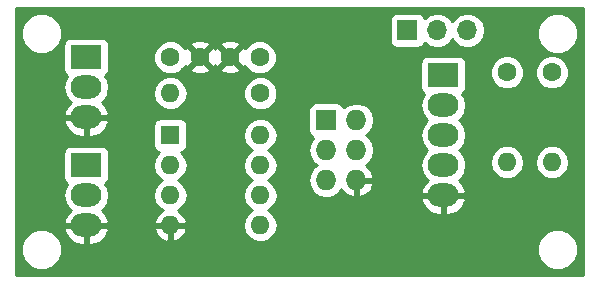
<source format=gbr>
G04 #@! TF.GenerationSoftware,KiCad,Pcbnew,(5.0.0)*
G04 #@! TF.CreationDate,2018-09-26T11:49:41+02:00*
G04 #@! TF.ProjectId,TinyADC,54696E794144432E6B696361645F7063,rev?*
G04 #@! TF.SameCoordinates,Original*
G04 #@! TF.FileFunction,Copper,L2,Bot,Signal*
G04 #@! TF.FilePolarity,Positive*
%FSLAX46Y46*%
G04 Gerber Fmt 4.6, Leading zero omitted, Abs format (unit mm)*
G04 Created by KiCad (PCBNEW (5.0.0)) date 09/26/18 11:49:41*
%MOMM*%
%LPD*%
G01*
G04 APERTURE LIST*
G04 #@! TA.AperFunction,ComponentPad*
%ADD10R,1.727200X1.727200*%
G04 #@! TD*
G04 #@! TA.AperFunction,ComponentPad*
%ADD11O,1.727200X1.727200*%
G04 #@! TD*
G04 #@! TA.AperFunction,ComponentPad*
%ADD12C,1.600000*%
G04 #@! TD*
G04 #@! TA.AperFunction,ComponentPad*
%ADD13R,2.600000X2.000000*%
G04 #@! TD*
G04 #@! TA.AperFunction,ComponentPad*
%ADD14O,2.600000X2.000000*%
G04 #@! TD*
G04 #@! TA.AperFunction,ComponentPad*
%ADD15O,1.600000X1.600000*%
G04 #@! TD*
G04 #@! TA.AperFunction,ComponentPad*
%ADD16R,1.600000X1.600000*%
G04 #@! TD*
G04 #@! TA.AperFunction,ComponentPad*
%ADD17R,1.700000X1.700000*%
G04 #@! TD*
G04 #@! TA.AperFunction,ComponentPad*
%ADD18O,1.700000X1.700000*%
G04 #@! TD*
G04 #@! TA.AperFunction,Conductor*
%ADD19C,0.254000*%
G04 #@! TD*
G04 APERTURE END LIST*
D10*
G04 #@! TO.P,J5,1*
G04 #@! TO.N,/MISO*
X143256000Y-108712000D03*
D11*
G04 #@! TO.P,J5,2*
G04 #@! TO.N,VCC*
X145796000Y-108712000D03*
G04 #@! TO.P,J5,3*
G04 #@! TO.N,/SCL*
X143256000Y-111252000D03*
G04 #@! TO.P,J5,4*
G04 #@! TO.N,/SDA*
X145796000Y-111252000D03*
G04 #@! TO.P,J5,5*
G04 #@! TO.N,/RESET*
X143256000Y-113792000D03*
G04 #@! TO.P,J5,6*
G04 #@! TO.N,GND*
X145796000Y-113792000D03*
G04 #@! TD*
D12*
G04 #@! TO.P,C1,1*
G04 #@! TO.N,VCC*
X137628000Y-103378000D03*
G04 #@! TO.P,C1,2*
G04 #@! TO.N,GND*
X135128000Y-103378000D03*
G04 #@! TD*
G04 #@! TO.P,C2,2*
G04 #@! TO.N,GND*
X132548000Y-103378000D03*
G04 #@! TO.P,C2,1*
G04 #@! TO.N,/RESET*
X130048000Y-103378000D03*
G04 #@! TD*
D13*
G04 #@! TO.P,J2,1*
G04 #@! TO.N,VCC*
X153162000Y-104902000D03*
D14*
G04 #@! TO.P,J2,2*
G04 #@! TO.N,+3V3*
X153162000Y-107442000D03*
G04 #@! TO.P,J2,3*
G04 #@! TO.N,/SCL*
X153162000Y-109982000D03*
G04 #@! TO.P,J2,4*
G04 #@! TO.N,/SDA*
X153162000Y-112522000D03*
G04 #@! TO.P,J2,5*
G04 #@! TO.N,GND*
X153162000Y-115062000D03*
G04 #@! TD*
D13*
G04 #@! TO.P,J3,1*
G04 #@! TO.N,VCC*
X122936000Y-112522000D03*
D14*
G04 #@! TO.P,J3,2*
G04 #@! TO.N,/ADC2*
X122936000Y-115062000D03*
G04 #@! TO.P,J3,3*
G04 #@! TO.N,GND*
X122936000Y-117602000D03*
G04 #@! TD*
G04 #@! TO.P,J4,3*
G04 #@! TO.N,GND*
X122936000Y-108458000D03*
G04 #@! TO.P,J4,2*
G04 #@! TO.N,/ADC3*
X122936000Y-105918000D03*
D13*
G04 #@! TO.P,J4,1*
G04 #@! TO.N,VCC*
X122936000Y-103378000D03*
G04 #@! TD*
D15*
G04 #@! TO.P,R1,2*
G04 #@! TO.N,/SCL*
X162366672Y-112268000D03*
D12*
G04 #@! TO.P,R1,1*
G04 #@! TO.N,Net-(J1-Pad2)*
X162366672Y-104648000D03*
G04 #@! TD*
G04 #@! TO.P,R2,1*
G04 #@! TO.N,Net-(J1-Pad2)*
X158556672Y-104648000D03*
D15*
G04 #@! TO.P,R2,2*
G04 #@! TO.N,/SDA*
X158556672Y-112268000D03*
G04 #@! TD*
D12*
G04 #@! TO.P,R3,1*
G04 #@! TO.N,VCC*
X137668000Y-106426000D03*
D15*
G04 #@! TO.P,R3,2*
G04 #@! TO.N,/RESET*
X130048000Y-106426000D03*
G04 #@! TD*
D16*
G04 #@! TO.P,U1,1*
G04 #@! TO.N,/RESET*
X130048000Y-109982000D03*
D15*
G04 #@! TO.P,U1,5*
G04 #@! TO.N,/SDA*
X137668000Y-117602000D03*
G04 #@! TO.P,U1,2*
G04 #@! TO.N,/ADC3*
X130048000Y-112522000D03*
G04 #@! TO.P,U1,6*
G04 #@! TO.N,/MISO*
X137668000Y-115062000D03*
G04 #@! TO.P,U1,3*
G04 #@! TO.N,/ADC2*
X130048000Y-115062000D03*
G04 #@! TO.P,U1,7*
G04 #@! TO.N,/SCL*
X137668000Y-112522000D03*
G04 #@! TO.P,U1,4*
G04 #@! TO.N,GND*
X130048000Y-117602000D03*
G04 #@! TO.P,U1,8*
G04 #@! TO.N,VCC*
X137668000Y-109982000D03*
G04 #@! TD*
D17*
G04 #@! TO.P,J1,1*
G04 #@! TO.N,VCC*
X150114000Y-101092000D03*
D18*
G04 #@! TO.P,J1,2*
G04 #@! TO.N,Net-(J1-Pad2)*
X152654000Y-101092000D03*
G04 #@! TO.P,J1,3*
G04 #@! TO.N,+3V3*
X155194000Y-101092000D03*
G04 #@! TD*
D19*
G04 #@! TO.N,GND*
G36*
X164973000Y-121793000D02*
X116967000Y-121793000D01*
X116967000Y-119288887D01*
X117391000Y-119288887D01*
X117391000Y-119979113D01*
X117655138Y-120616799D01*
X118143201Y-121104862D01*
X118780887Y-121369000D01*
X119471113Y-121369000D01*
X120108799Y-121104862D01*
X120596862Y-120616799D01*
X120861000Y-119979113D01*
X120861000Y-119288887D01*
X161079000Y-119288887D01*
X161079000Y-119979113D01*
X161343138Y-120616799D01*
X161831201Y-121104862D01*
X162468887Y-121369000D01*
X163159113Y-121369000D01*
X163796799Y-121104862D01*
X164284862Y-120616799D01*
X164549000Y-119979113D01*
X164549000Y-119288887D01*
X164284862Y-118651201D01*
X163796799Y-118163138D01*
X163159113Y-117899000D01*
X162468887Y-117899000D01*
X161831201Y-118163138D01*
X161343138Y-118651201D01*
X161079000Y-119288887D01*
X120861000Y-119288887D01*
X120596862Y-118651201D01*
X120108799Y-118163138D01*
X119672541Y-117982434D01*
X121045876Y-117982434D01*
X121076856Y-118110355D01*
X121390078Y-118668317D01*
X121892980Y-119063942D01*
X122509000Y-119237000D01*
X122809000Y-119237000D01*
X122809000Y-117729000D01*
X123063000Y-117729000D01*
X123063000Y-119237000D01*
X123363000Y-119237000D01*
X123979020Y-119063942D01*
X124481922Y-118668317D01*
X124795144Y-118110355D01*
X124826124Y-117982434D01*
X124811340Y-117951039D01*
X128656096Y-117951039D01*
X128816959Y-118339423D01*
X129192866Y-118754389D01*
X129698959Y-118993914D01*
X129921000Y-118872629D01*
X129921000Y-117729000D01*
X130175000Y-117729000D01*
X130175000Y-118872629D01*
X130397041Y-118993914D01*
X130903134Y-118754389D01*
X131279041Y-118339423D01*
X131439904Y-117951039D01*
X131317915Y-117729000D01*
X130175000Y-117729000D01*
X129921000Y-117729000D01*
X128778085Y-117729000D01*
X128656096Y-117951039D01*
X124811340Y-117951039D01*
X124706777Y-117729000D01*
X123063000Y-117729000D01*
X122809000Y-117729000D01*
X121165223Y-117729000D01*
X121045876Y-117982434D01*
X119672541Y-117982434D01*
X119471113Y-117899000D01*
X118780887Y-117899000D01*
X118143201Y-118163138D01*
X117655138Y-118651201D01*
X117391000Y-119288887D01*
X116967000Y-119288887D01*
X116967000Y-115062000D01*
X120968969Y-115062000D01*
X121095864Y-115699945D01*
X121457231Y-116240769D01*
X121623629Y-116351952D01*
X121390078Y-116535683D01*
X121076856Y-117093645D01*
X121045876Y-117221566D01*
X121165223Y-117475000D01*
X122809000Y-117475000D01*
X122809000Y-117455000D01*
X123063000Y-117455000D01*
X123063000Y-117475000D01*
X124706777Y-117475000D01*
X124826124Y-117221566D01*
X124795144Y-117093645D01*
X124481922Y-116535683D01*
X124248371Y-116351952D01*
X124414769Y-116240769D01*
X124776136Y-115699945D01*
X124903031Y-115062000D01*
X124776136Y-114424055D01*
X124545511Y-114078900D01*
X124693809Y-113979809D01*
X124834157Y-113769765D01*
X124883440Y-113522000D01*
X124883440Y-112522000D01*
X128584887Y-112522000D01*
X128696260Y-113081909D01*
X129013423Y-113556577D01*
X129365758Y-113792000D01*
X129013423Y-114027423D01*
X128696260Y-114502091D01*
X128584887Y-115062000D01*
X128696260Y-115621909D01*
X129013423Y-116096577D01*
X129397108Y-116352947D01*
X129192866Y-116449611D01*
X128816959Y-116864577D01*
X128656096Y-117252961D01*
X128778085Y-117475000D01*
X129921000Y-117475000D01*
X129921000Y-117455000D01*
X130175000Y-117455000D01*
X130175000Y-117475000D01*
X131317915Y-117475000D01*
X131439904Y-117252961D01*
X131279041Y-116864577D01*
X130903134Y-116449611D01*
X130698892Y-116352947D01*
X131082577Y-116096577D01*
X131399740Y-115621909D01*
X131511113Y-115062000D01*
X131399740Y-114502091D01*
X131082577Y-114027423D01*
X130730242Y-113792000D01*
X131082577Y-113556577D01*
X131399740Y-113081909D01*
X131511113Y-112522000D01*
X131399740Y-111962091D01*
X131082577Y-111487423D01*
X130961894Y-111406785D01*
X131095765Y-111380157D01*
X131305809Y-111239809D01*
X131446157Y-111029765D01*
X131495440Y-110782000D01*
X131495440Y-109982000D01*
X136204887Y-109982000D01*
X136316260Y-110541909D01*
X136633423Y-111016577D01*
X136985758Y-111252000D01*
X136633423Y-111487423D01*
X136316260Y-111962091D01*
X136204887Y-112522000D01*
X136316260Y-113081909D01*
X136633423Y-113556577D01*
X136985758Y-113792000D01*
X136633423Y-114027423D01*
X136316260Y-114502091D01*
X136204887Y-115062000D01*
X136316260Y-115621909D01*
X136633423Y-116096577D01*
X136985758Y-116332000D01*
X136633423Y-116567423D01*
X136316260Y-117042091D01*
X136204887Y-117602000D01*
X136316260Y-118161909D01*
X136633423Y-118636577D01*
X137108091Y-118953740D01*
X137526667Y-119037000D01*
X137809333Y-119037000D01*
X138227909Y-118953740D01*
X138702577Y-118636577D01*
X139019740Y-118161909D01*
X139131113Y-117602000D01*
X139019740Y-117042091D01*
X138702577Y-116567423D01*
X138350242Y-116332000D01*
X138702577Y-116096577D01*
X139019740Y-115621909D01*
X139055439Y-115442434D01*
X151271876Y-115442434D01*
X151302856Y-115570355D01*
X151616078Y-116128317D01*
X152118980Y-116523942D01*
X152735000Y-116697000D01*
X153035000Y-116697000D01*
X153035000Y-115189000D01*
X153289000Y-115189000D01*
X153289000Y-116697000D01*
X153589000Y-116697000D01*
X154205020Y-116523942D01*
X154707922Y-116128317D01*
X155021144Y-115570355D01*
X155052124Y-115442434D01*
X154932777Y-115189000D01*
X153289000Y-115189000D01*
X153035000Y-115189000D01*
X151391223Y-115189000D01*
X151271876Y-115442434D01*
X139055439Y-115442434D01*
X139131113Y-115062000D01*
X139019740Y-114502091D01*
X138702577Y-114027423D01*
X138350242Y-113792000D01*
X138702577Y-113556577D01*
X139019740Y-113081909D01*
X139131113Y-112522000D01*
X139019740Y-111962091D01*
X138702577Y-111487423D01*
X138350242Y-111252000D01*
X141728041Y-111252000D01*
X141844350Y-111836725D01*
X142175570Y-112332430D01*
X142459281Y-112522000D01*
X142175570Y-112711570D01*
X141844350Y-113207275D01*
X141728041Y-113792000D01*
X141844350Y-114376725D01*
X142175570Y-114872430D01*
X142671275Y-115203650D01*
X143108402Y-115290600D01*
X143403598Y-115290600D01*
X143840725Y-115203650D01*
X144336430Y-114872430D01*
X144537854Y-114570979D01*
X144589179Y-114680490D01*
X145021053Y-115074688D01*
X145436974Y-115246958D01*
X145669000Y-115125817D01*
X145669000Y-113919000D01*
X145923000Y-113919000D01*
X145923000Y-115125817D01*
X146155026Y-115246958D01*
X146570947Y-115074688D01*
X147002821Y-114680490D01*
X147250968Y-114151027D01*
X147130469Y-113919000D01*
X145923000Y-113919000D01*
X145669000Y-113919000D01*
X145649000Y-113919000D01*
X145649000Y-113665000D01*
X145669000Y-113665000D01*
X145669000Y-113645000D01*
X145923000Y-113645000D01*
X145923000Y-113665000D01*
X147130469Y-113665000D01*
X147250968Y-113432973D01*
X147002821Y-112903510D01*
X146588174Y-112525037D01*
X146876430Y-112332430D01*
X147207650Y-111836725D01*
X147323959Y-111252000D01*
X147207650Y-110667275D01*
X146876430Y-110171570D01*
X146592719Y-109982000D01*
X146876430Y-109792430D01*
X147207650Y-109296725D01*
X147323959Y-108712000D01*
X147207650Y-108127275D01*
X146876430Y-107631570D01*
X146592719Y-107442000D01*
X151194969Y-107442000D01*
X151321864Y-108079945D01*
X151683231Y-108620769D01*
X151819768Y-108712000D01*
X151683231Y-108803231D01*
X151321864Y-109344055D01*
X151194969Y-109982000D01*
X151321864Y-110619945D01*
X151683231Y-111160769D01*
X151819768Y-111252000D01*
X151683231Y-111343231D01*
X151321864Y-111884055D01*
X151194969Y-112522000D01*
X151321864Y-113159945D01*
X151683231Y-113700769D01*
X151849629Y-113811952D01*
X151616078Y-113995683D01*
X151302856Y-114553645D01*
X151271876Y-114681566D01*
X151391223Y-114935000D01*
X153035000Y-114935000D01*
X153035000Y-114915000D01*
X153289000Y-114915000D01*
X153289000Y-114935000D01*
X154932777Y-114935000D01*
X155052124Y-114681566D01*
X155021144Y-114553645D01*
X154707922Y-113995683D01*
X154474371Y-113811952D01*
X154640769Y-113700769D01*
X155002136Y-113159945D01*
X155129031Y-112522000D01*
X155078508Y-112268000D01*
X157093559Y-112268000D01*
X157204932Y-112827909D01*
X157522095Y-113302577D01*
X157996763Y-113619740D01*
X158415339Y-113703000D01*
X158698005Y-113703000D01*
X159116581Y-113619740D01*
X159591249Y-113302577D01*
X159908412Y-112827909D01*
X160019785Y-112268000D01*
X160903559Y-112268000D01*
X161014932Y-112827909D01*
X161332095Y-113302577D01*
X161806763Y-113619740D01*
X162225339Y-113703000D01*
X162508005Y-113703000D01*
X162926581Y-113619740D01*
X163401249Y-113302577D01*
X163718412Y-112827909D01*
X163829785Y-112268000D01*
X163718412Y-111708091D01*
X163401249Y-111233423D01*
X162926581Y-110916260D01*
X162508005Y-110833000D01*
X162225339Y-110833000D01*
X161806763Y-110916260D01*
X161332095Y-111233423D01*
X161014932Y-111708091D01*
X160903559Y-112268000D01*
X160019785Y-112268000D01*
X159908412Y-111708091D01*
X159591249Y-111233423D01*
X159116581Y-110916260D01*
X158698005Y-110833000D01*
X158415339Y-110833000D01*
X157996763Y-110916260D01*
X157522095Y-111233423D01*
X157204932Y-111708091D01*
X157093559Y-112268000D01*
X155078508Y-112268000D01*
X155002136Y-111884055D01*
X154640769Y-111343231D01*
X154504232Y-111252000D01*
X154640769Y-111160769D01*
X155002136Y-110619945D01*
X155129031Y-109982000D01*
X155002136Y-109344055D01*
X154640769Y-108803231D01*
X154504232Y-108712000D01*
X154640769Y-108620769D01*
X155002136Y-108079945D01*
X155129031Y-107442000D01*
X155002136Y-106804055D01*
X154771511Y-106458900D01*
X154919809Y-106359809D01*
X155060157Y-106149765D01*
X155109440Y-105902000D01*
X155109440Y-104362561D01*
X157121672Y-104362561D01*
X157121672Y-104933439D01*
X157340138Y-105460862D01*
X157743810Y-105864534D01*
X158271233Y-106083000D01*
X158842111Y-106083000D01*
X159369534Y-105864534D01*
X159773206Y-105460862D01*
X159991672Y-104933439D01*
X159991672Y-104362561D01*
X160931672Y-104362561D01*
X160931672Y-104933439D01*
X161150138Y-105460862D01*
X161553810Y-105864534D01*
X162081233Y-106083000D01*
X162652111Y-106083000D01*
X163179534Y-105864534D01*
X163583206Y-105460862D01*
X163801672Y-104933439D01*
X163801672Y-104362561D01*
X163583206Y-103835138D01*
X163179534Y-103431466D01*
X162652111Y-103213000D01*
X162081233Y-103213000D01*
X161553810Y-103431466D01*
X161150138Y-103835138D01*
X160931672Y-104362561D01*
X159991672Y-104362561D01*
X159773206Y-103835138D01*
X159369534Y-103431466D01*
X158842111Y-103213000D01*
X158271233Y-103213000D01*
X157743810Y-103431466D01*
X157340138Y-103835138D01*
X157121672Y-104362561D01*
X155109440Y-104362561D01*
X155109440Y-103902000D01*
X155060157Y-103654235D01*
X154919809Y-103444191D01*
X154709765Y-103303843D01*
X154462000Y-103254560D01*
X151862000Y-103254560D01*
X151614235Y-103303843D01*
X151404191Y-103444191D01*
X151263843Y-103654235D01*
X151214560Y-103902000D01*
X151214560Y-105902000D01*
X151263843Y-106149765D01*
X151404191Y-106359809D01*
X151552489Y-106458900D01*
X151321864Y-106804055D01*
X151194969Y-107442000D01*
X146592719Y-107442000D01*
X146380725Y-107300350D01*
X145943598Y-107213400D01*
X145648402Y-107213400D01*
X145211275Y-107300350D01*
X144722932Y-107626651D01*
X144717757Y-107600635D01*
X144577409Y-107390591D01*
X144367365Y-107250243D01*
X144119600Y-107200960D01*
X142392400Y-107200960D01*
X142144635Y-107250243D01*
X141934591Y-107390591D01*
X141794243Y-107600635D01*
X141744960Y-107848400D01*
X141744960Y-109575600D01*
X141794243Y-109823365D01*
X141934591Y-110033409D01*
X142144635Y-110173757D01*
X142170651Y-110178932D01*
X141844350Y-110667275D01*
X141728041Y-111252000D01*
X138350242Y-111252000D01*
X138702577Y-111016577D01*
X139019740Y-110541909D01*
X139131113Y-109982000D01*
X139019740Y-109422091D01*
X138702577Y-108947423D01*
X138227909Y-108630260D01*
X137809333Y-108547000D01*
X137526667Y-108547000D01*
X137108091Y-108630260D01*
X136633423Y-108947423D01*
X136316260Y-109422091D01*
X136204887Y-109982000D01*
X131495440Y-109982000D01*
X131495440Y-109182000D01*
X131446157Y-108934235D01*
X131305809Y-108724191D01*
X131095765Y-108583843D01*
X130848000Y-108534560D01*
X129248000Y-108534560D01*
X129000235Y-108583843D01*
X128790191Y-108724191D01*
X128649843Y-108934235D01*
X128600560Y-109182000D01*
X128600560Y-110782000D01*
X128649843Y-111029765D01*
X128790191Y-111239809D01*
X129000235Y-111380157D01*
X129134106Y-111406785D01*
X129013423Y-111487423D01*
X128696260Y-111962091D01*
X128584887Y-112522000D01*
X124883440Y-112522000D01*
X124883440Y-111522000D01*
X124834157Y-111274235D01*
X124693809Y-111064191D01*
X124483765Y-110923843D01*
X124236000Y-110874560D01*
X121636000Y-110874560D01*
X121388235Y-110923843D01*
X121178191Y-111064191D01*
X121037843Y-111274235D01*
X120988560Y-111522000D01*
X120988560Y-113522000D01*
X121037843Y-113769765D01*
X121178191Y-113979809D01*
X121326489Y-114078900D01*
X121095864Y-114424055D01*
X120968969Y-115062000D01*
X116967000Y-115062000D01*
X116967000Y-108838434D01*
X121045876Y-108838434D01*
X121076856Y-108966355D01*
X121390078Y-109524317D01*
X121892980Y-109919942D01*
X122509000Y-110093000D01*
X122809000Y-110093000D01*
X122809000Y-108585000D01*
X123063000Y-108585000D01*
X123063000Y-110093000D01*
X123363000Y-110093000D01*
X123979020Y-109919942D01*
X124481922Y-109524317D01*
X124795144Y-108966355D01*
X124826124Y-108838434D01*
X124706777Y-108585000D01*
X123063000Y-108585000D01*
X122809000Y-108585000D01*
X121165223Y-108585000D01*
X121045876Y-108838434D01*
X116967000Y-108838434D01*
X116967000Y-105918000D01*
X120968969Y-105918000D01*
X121095864Y-106555945D01*
X121457231Y-107096769D01*
X121623629Y-107207952D01*
X121390078Y-107391683D01*
X121076856Y-107949645D01*
X121045876Y-108077566D01*
X121165223Y-108331000D01*
X122809000Y-108331000D01*
X122809000Y-108311000D01*
X123063000Y-108311000D01*
X123063000Y-108331000D01*
X124706777Y-108331000D01*
X124826124Y-108077566D01*
X124795144Y-107949645D01*
X124481922Y-107391683D01*
X124248371Y-107207952D01*
X124414769Y-107096769D01*
X124776136Y-106555945D01*
X124801983Y-106426000D01*
X128584887Y-106426000D01*
X128696260Y-106985909D01*
X129013423Y-107460577D01*
X129488091Y-107777740D01*
X129906667Y-107861000D01*
X130189333Y-107861000D01*
X130607909Y-107777740D01*
X131082577Y-107460577D01*
X131399740Y-106985909D01*
X131511113Y-106426000D01*
X131454336Y-106140561D01*
X136233000Y-106140561D01*
X136233000Y-106711439D01*
X136451466Y-107238862D01*
X136855138Y-107642534D01*
X137382561Y-107861000D01*
X137953439Y-107861000D01*
X138480862Y-107642534D01*
X138884534Y-107238862D01*
X139103000Y-106711439D01*
X139103000Y-106140561D01*
X138884534Y-105613138D01*
X138480862Y-105209466D01*
X137953439Y-104991000D01*
X137382561Y-104991000D01*
X136855138Y-105209466D01*
X136451466Y-105613138D01*
X136233000Y-106140561D01*
X131454336Y-106140561D01*
X131399740Y-105866091D01*
X131082577Y-105391423D01*
X130607909Y-105074260D01*
X130189333Y-104991000D01*
X129906667Y-104991000D01*
X129488091Y-105074260D01*
X129013423Y-105391423D01*
X128696260Y-105866091D01*
X128584887Y-106426000D01*
X124801983Y-106426000D01*
X124903031Y-105918000D01*
X124776136Y-105280055D01*
X124545511Y-104934900D01*
X124693809Y-104835809D01*
X124834157Y-104625765D01*
X124883440Y-104378000D01*
X124883440Y-103092561D01*
X128613000Y-103092561D01*
X128613000Y-103663439D01*
X128831466Y-104190862D01*
X129235138Y-104594534D01*
X129762561Y-104813000D01*
X130333439Y-104813000D01*
X130860862Y-104594534D01*
X131069651Y-104385745D01*
X131719861Y-104385745D01*
X131793995Y-104631864D01*
X132331223Y-104824965D01*
X132901454Y-104797778D01*
X133302005Y-104631864D01*
X133376139Y-104385745D01*
X134299861Y-104385745D01*
X134373995Y-104631864D01*
X134911223Y-104824965D01*
X135481454Y-104797778D01*
X135882005Y-104631864D01*
X135956139Y-104385745D01*
X135128000Y-103557605D01*
X134299861Y-104385745D01*
X133376139Y-104385745D01*
X132548000Y-103557605D01*
X131719861Y-104385745D01*
X131069651Y-104385745D01*
X131264534Y-104190862D01*
X131291525Y-104125701D01*
X131294136Y-104132005D01*
X131540255Y-104206139D01*
X132368395Y-103378000D01*
X132727605Y-103378000D01*
X133555745Y-104206139D01*
X133801864Y-104132005D01*
X133835442Y-104038589D01*
X133874136Y-104132005D01*
X134120255Y-104206139D01*
X134948395Y-103378000D01*
X135307605Y-103378000D01*
X136135745Y-104206139D01*
X136381864Y-104132005D01*
X136384290Y-104125254D01*
X136411466Y-104190862D01*
X136815138Y-104594534D01*
X137342561Y-104813000D01*
X137913439Y-104813000D01*
X138440862Y-104594534D01*
X138844534Y-104190862D01*
X139063000Y-103663439D01*
X139063000Y-103092561D01*
X138844534Y-102565138D01*
X138440862Y-102161466D01*
X137913439Y-101943000D01*
X137342561Y-101943000D01*
X136815138Y-102161466D01*
X136411466Y-102565138D01*
X136384475Y-102630299D01*
X136381864Y-102623995D01*
X136135745Y-102549861D01*
X135307605Y-103378000D01*
X134948395Y-103378000D01*
X134120255Y-102549861D01*
X133874136Y-102623995D01*
X133840558Y-102717411D01*
X133801864Y-102623995D01*
X133555745Y-102549861D01*
X132727605Y-103378000D01*
X132368395Y-103378000D01*
X131540255Y-102549861D01*
X131294136Y-102623995D01*
X131291710Y-102630746D01*
X131264534Y-102565138D01*
X131069651Y-102370255D01*
X131719861Y-102370255D01*
X132548000Y-103198395D01*
X133376139Y-102370255D01*
X134299861Y-102370255D01*
X135128000Y-103198395D01*
X135956139Y-102370255D01*
X135882005Y-102124136D01*
X135344777Y-101931035D01*
X134774546Y-101958222D01*
X134373995Y-102124136D01*
X134299861Y-102370255D01*
X133376139Y-102370255D01*
X133302005Y-102124136D01*
X132764777Y-101931035D01*
X132194546Y-101958222D01*
X131793995Y-102124136D01*
X131719861Y-102370255D01*
X131069651Y-102370255D01*
X130860862Y-102161466D01*
X130333439Y-101943000D01*
X129762561Y-101943000D01*
X129235138Y-102161466D01*
X128831466Y-102565138D01*
X128613000Y-103092561D01*
X124883440Y-103092561D01*
X124883440Y-102378000D01*
X124834157Y-102130235D01*
X124693809Y-101920191D01*
X124483765Y-101779843D01*
X124236000Y-101730560D01*
X121636000Y-101730560D01*
X121388235Y-101779843D01*
X121178191Y-101920191D01*
X121037843Y-102130235D01*
X120988560Y-102378000D01*
X120988560Y-104378000D01*
X121037843Y-104625765D01*
X121178191Y-104835809D01*
X121326489Y-104934900D01*
X121095864Y-105280055D01*
X120968969Y-105918000D01*
X116967000Y-105918000D01*
X116967000Y-101000887D01*
X117391000Y-101000887D01*
X117391000Y-101691113D01*
X117655138Y-102328799D01*
X118143201Y-102816862D01*
X118780887Y-103081000D01*
X119471113Y-103081000D01*
X120108799Y-102816862D01*
X120596862Y-102328799D01*
X120861000Y-101691113D01*
X120861000Y-101000887D01*
X120596862Y-100363201D01*
X120475661Y-100242000D01*
X148616560Y-100242000D01*
X148616560Y-101942000D01*
X148665843Y-102189765D01*
X148806191Y-102399809D01*
X149016235Y-102540157D01*
X149264000Y-102589440D01*
X150964000Y-102589440D01*
X151211765Y-102540157D01*
X151421809Y-102399809D01*
X151562157Y-102189765D01*
X151571184Y-102144381D01*
X151583375Y-102162625D01*
X152074582Y-102490839D01*
X152507744Y-102577000D01*
X152800256Y-102577000D01*
X153233418Y-102490839D01*
X153724625Y-102162625D01*
X153924000Y-101864239D01*
X154123375Y-102162625D01*
X154614582Y-102490839D01*
X155047744Y-102577000D01*
X155340256Y-102577000D01*
X155773418Y-102490839D01*
X156264625Y-102162625D01*
X156592839Y-101671418D01*
X156708092Y-101092000D01*
X156689969Y-101000887D01*
X161079000Y-101000887D01*
X161079000Y-101691113D01*
X161343138Y-102328799D01*
X161831201Y-102816862D01*
X162468887Y-103081000D01*
X163159113Y-103081000D01*
X163796799Y-102816862D01*
X164284862Y-102328799D01*
X164549000Y-101691113D01*
X164549000Y-101000887D01*
X164284862Y-100363201D01*
X163796799Y-99875138D01*
X163159113Y-99611000D01*
X162468887Y-99611000D01*
X161831201Y-99875138D01*
X161343138Y-100363201D01*
X161079000Y-101000887D01*
X156689969Y-101000887D01*
X156592839Y-100512582D01*
X156264625Y-100021375D01*
X155773418Y-99693161D01*
X155340256Y-99607000D01*
X155047744Y-99607000D01*
X154614582Y-99693161D01*
X154123375Y-100021375D01*
X153924000Y-100319761D01*
X153724625Y-100021375D01*
X153233418Y-99693161D01*
X152800256Y-99607000D01*
X152507744Y-99607000D01*
X152074582Y-99693161D01*
X151583375Y-100021375D01*
X151571184Y-100039619D01*
X151562157Y-99994235D01*
X151421809Y-99784191D01*
X151211765Y-99643843D01*
X150964000Y-99594560D01*
X149264000Y-99594560D01*
X149016235Y-99643843D01*
X148806191Y-99784191D01*
X148665843Y-99994235D01*
X148616560Y-100242000D01*
X120475661Y-100242000D01*
X120108799Y-99875138D01*
X119471113Y-99611000D01*
X118780887Y-99611000D01*
X118143201Y-99875138D01*
X117655138Y-100363201D01*
X117391000Y-101000887D01*
X116967000Y-101000887D01*
X116967000Y-99187000D01*
X164973000Y-99187000D01*
X164973000Y-121793000D01*
X164973000Y-121793000D01*
G37*
X164973000Y-121793000D02*
X116967000Y-121793000D01*
X116967000Y-119288887D01*
X117391000Y-119288887D01*
X117391000Y-119979113D01*
X117655138Y-120616799D01*
X118143201Y-121104862D01*
X118780887Y-121369000D01*
X119471113Y-121369000D01*
X120108799Y-121104862D01*
X120596862Y-120616799D01*
X120861000Y-119979113D01*
X120861000Y-119288887D01*
X161079000Y-119288887D01*
X161079000Y-119979113D01*
X161343138Y-120616799D01*
X161831201Y-121104862D01*
X162468887Y-121369000D01*
X163159113Y-121369000D01*
X163796799Y-121104862D01*
X164284862Y-120616799D01*
X164549000Y-119979113D01*
X164549000Y-119288887D01*
X164284862Y-118651201D01*
X163796799Y-118163138D01*
X163159113Y-117899000D01*
X162468887Y-117899000D01*
X161831201Y-118163138D01*
X161343138Y-118651201D01*
X161079000Y-119288887D01*
X120861000Y-119288887D01*
X120596862Y-118651201D01*
X120108799Y-118163138D01*
X119672541Y-117982434D01*
X121045876Y-117982434D01*
X121076856Y-118110355D01*
X121390078Y-118668317D01*
X121892980Y-119063942D01*
X122509000Y-119237000D01*
X122809000Y-119237000D01*
X122809000Y-117729000D01*
X123063000Y-117729000D01*
X123063000Y-119237000D01*
X123363000Y-119237000D01*
X123979020Y-119063942D01*
X124481922Y-118668317D01*
X124795144Y-118110355D01*
X124826124Y-117982434D01*
X124811340Y-117951039D01*
X128656096Y-117951039D01*
X128816959Y-118339423D01*
X129192866Y-118754389D01*
X129698959Y-118993914D01*
X129921000Y-118872629D01*
X129921000Y-117729000D01*
X130175000Y-117729000D01*
X130175000Y-118872629D01*
X130397041Y-118993914D01*
X130903134Y-118754389D01*
X131279041Y-118339423D01*
X131439904Y-117951039D01*
X131317915Y-117729000D01*
X130175000Y-117729000D01*
X129921000Y-117729000D01*
X128778085Y-117729000D01*
X128656096Y-117951039D01*
X124811340Y-117951039D01*
X124706777Y-117729000D01*
X123063000Y-117729000D01*
X122809000Y-117729000D01*
X121165223Y-117729000D01*
X121045876Y-117982434D01*
X119672541Y-117982434D01*
X119471113Y-117899000D01*
X118780887Y-117899000D01*
X118143201Y-118163138D01*
X117655138Y-118651201D01*
X117391000Y-119288887D01*
X116967000Y-119288887D01*
X116967000Y-115062000D01*
X120968969Y-115062000D01*
X121095864Y-115699945D01*
X121457231Y-116240769D01*
X121623629Y-116351952D01*
X121390078Y-116535683D01*
X121076856Y-117093645D01*
X121045876Y-117221566D01*
X121165223Y-117475000D01*
X122809000Y-117475000D01*
X122809000Y-117455000D01*
X123063000Y-117455000D01*
X123063000Y-117475000D01*
X124706777Y-117475000D01*
X124826124Y-117221566D01*
X124795144Y-117093645D01*
X124481922Y-116535683D01*
X124248371Y-116351952D01*
X124414769Y-116240769D01*
X124776136Y-115699945D01*
X124903031Y-115062000D01*
X124776136Y-114424055D01*
X124545511Y-114078900D01*
X124693809Y-113979809D01*
X124834157Y-113769765D01*
X124883440Y-113522000D01*
X124883440Y-112522000D01*
X128584887Y-112522000D01*
X128696260Y-113081909D01*
X129013423Y-113556577D01*
X129365758Y-113792000D01*
X129013423Y-114027423D01*
X128696260Y-114502091D01*
X128584887Y-115062000D01*
X128696260Y-115621909D01*
X129013423Y-116096577D01*
X129397108Y-116352947D01*
X129192866Y-116449611D01*
X128816959Y-116864577D01*
X128656096Y-117252961D01*
X128778085Y-117475000D01*
X129921000Y-117475000D01*
X129921000Y-117455000D01*
X130175000Y-117455000D01*
X130175000Y-117475000D01*
X131317915Y-117475000D01*
X131439904Y-117252961D01*
X131279041Y-116864577D01*
X130903134Y-116449611D01*
X130698892Y-116352947D01*
X131082577Y-116096577D01*
X131399740Y-115621909D01*
X131511113Y-115062000D01*
X131399740Y-114502091D01*
X131082577Y-114027423D01*
X130730242Y-113792000D01*
X131082577Y-113556577D01*
X131399740Y-113081909D01*
X131511113Y-112522000D01*
X131399740Y-111962091D01*
X131082577Y-111487423D01*
X130961894Y-111406785D01*
X131095765Y-111380157D01*
X131305809Y-111239809D01*
X131446157Y-111029765D01*
X131495440Y-110782000D01*
X131495440Y-109982000D01*
X136204887Y-109982000D01*
X136316260Y-110541909D01*
X136633423Y-111016577D01*
X136985758Y-111252000D01*
X136633423Y-111487423D01*
X136316260Y-111962091D01*
X136204887Y-112522000D01*
X136316260Y-113081909D01*
X136633423Y-113556577D01*
X136985758Y-113792000D01*
X136633423Y-114027423D01*
X136316260Y-114502091D01*
X136204887Y-115062000D01*
X136316260Y-115621909D01*
X136633423Y-116096577D01*
X136985758Y-116332000D01*
X136633423Y-116567423D01*
X136316260Y-117042091D01*
X136204887Y-117602000D01*
X136316260Y-118161909D01*
X136633423Y-118636577D01*
X137108091Y-118953740D01*
X137526667Y-119037000D01*
X137809333Y-119037000D01*
X138227909Y-118953740D01*
X138702577Y-118636577D01*
X139019740Y-118161909D01*
X139131113Y-117602000D01*
X139019740Y-117042091D01*
X138702577Y-116567423D01*
X138350242Y-116332000D01*
X138702577Y-116096577D01*
X139019740Y-115621909D01*
X139055439Y-115442434D01*
X151271876Y-115442434D01*
X151302856Y-115570355D01*
X151616078Y-116128317D01*
X152118980Y-116523942D01*
X152735000Y-116697000D01*
X153035000Y-116697000D01*
X153035000Y-115189000D01*
X153289000Y-115189000D01*
X153289000Y-116697000D01*
X153589000Y-116697000D01*
X154205020Y-116523942D01*
X154707922Y-116128317D01*
X155021144Y-115570355D01*
X155052124Y-115442434D01*
X154932777Y-115189000D01*
X153289000Y-115189000D01*
X153035000Y-115189000D01*
X151391223Y-115189000D01*
X151271876Y-115442434D01*
X139055439Y-115442434D01*
X139131113Y-115062000D01*
X139019740Y-114502091D01*
X138702577Y-114027423D01*
X138350242Y-113792000D01*
X138702577Y-113556577D01*
X139019740Y-113081909D01*
X139131113Y-112522000D01*
X139019740Y-111962091D01*
X138702577Y-111487423D01*
X138350242Y-111252000D01*
X141728041Y-111252000D01*
X141844350Y-111836725D01*
X142175570Y-112332430D01*
X142459281Y-112522000D01*
X142175570Y-112711570D01*
X141844350Y-113207275D01*
X141728041Y-113792000D01*
X141844350Y-114376725D01*
X142175570Y-114872430D01*
X142671275Y-115203650D01*
X143108402Y-115290600D01*
X143403598Y-115290600D01*
X143840725Y-115203650D01*
X144336430Y-114872430D01*
X144537854Y-114570979D01*
X144589179Y-114680490D01*
X145021053Y-115074688D01*
X145436974Y-115246958D01*
X145669000Y-115125817D01*
X145669000Y-113919000D01*
X145923000Y-113919000D01*
X145923000Y-115125817D01*
X146155026Y-115246958D01*
X146570947Y-115074688D01*
X147002821Y-114680490D01*
X147250968Y-114151027D01*
X147130469Y-113919000D01*
X145923000Y-113919000D01*
X145669000Y-113919000D01*
X145649000Y-113919000D01*
X145649000Y-113665000D01*
X145669000Y-113665000D01*
X145669000Y-113645000D01*
X145923000Y-113645000D01*
X145923000Y-113665000D01*
X147130469Y-113665000D01*
X147250968Y-113432973D01*
X147002821Y-112903510D01*
X146588174Y-112525037D01*
X146876430Y-112332430D01*
X147207650Y-111836725D01*
X147323959Y-111252000D01*
X147207650Y-110667275D01*
X146876430Y-110171570D01*
X146592719Y-109982000D01*
X146876430Y-109792430D01*
X147207650Y-109296725D01*
X147323959Y-108712000D01*
X147207650Y-108127275D01*
X146876430Y-107631570D01*
X146592719Y-107442000D01*
X151194969Y-107442000D01*
X151321864Y-108079945D01*
X151683231Y-108620769D01*
X151819768Y-108712000D01*
X151683231Y-108803231D01*
X151321864Y-109344055D01*
X151194969Y-109982000D01*
X151321864Y-110619945D01*
X151683231Y-111160769D01*
X151819768Y-111252000D01*
X151683231Y-111343231D01*
X151321864Y-111884055D01*
X151194969Y-112522000D01*
X151321864Y-113159945D01*
X151683231Y-113700769D01*
X151849629Y-113811952D01*
X151616078Y-113995683D01*
X151302856Y-114553645D01*
X151271876Y-114681566D01*
X151391223Y-114935000D01*
X153035000Y-114935000D01*
X153035000Y-114915000D01*
X153289000Y-114915000D01*
X153289000Y-114935000D01*
X154932777Y-114935000D01*
X155052124Y-114681566D01*
X155021144Y-114553645D01*
X154707922Y-113995683D01*
X154474371Y-113811952D01*
X154640769Y-113700769D01*
X155002136Y-113159945D01*
X155129031Y-112522000D01*
X155078508Y-112268000D01*
X157093559Y-112268000D01*
X157204932Y-112827909D01*
X157522095Y-113302577D01*
X157996763Y-113619740D01*
X158415339Y-113703000D01*
X158698005Y-113703000D01*
X159116581Y-113619740D01*
X159591249Y-113302577D01*
X159908412Y-112827909D01*
X160019785Y-112268000D01*
X160903559Y-112268000D01*
X161014932Y-112827909D01*
X161332095Y-113302577D01*
X161806763Y-113619740D01*
X162225339Y-113703000D01*
X162508005Y-113703000D01*
X162926581Y-113619740D01*
X163401249Y-113302577D01*
X163718412Y-112827909D01*
X163829785Y-112268000D01*
X163718412Y-111708091D01*
X163401249Y-111233423D01*
X162926581Y-110916260D01*
X162508005Y-110833000D01*
X162225339Y-110833000D01*
X161806763Y-110916260D01*
X161332095Y-111233423D01*
X161014932Y-111708091D01*
X160903559Y-112268000D01*
X160019785Y-112268000D01*
X159908412Y-111708091D01*
X159591249Y-111233423D01*
X159116581Y-110916260D01*
X158698005Y-110833000D01*
X158415339Y-110833000D01*
X157996763Y-110916260D01*
X157522095Y-111233423D01*
X157204932Y-111708091D01*
X157093559Y-112268000D01*
X155078508Y-112268000D01*
X155002136Y-111884055D01*
X154640769Y-111343231D01*
X154504232Y-111252000D01*
X154640769Y-111160769D01*
X155002136Y-110619945D01*
X155129031Y-109982000D01*
X155002136Y-109344055D01*
X154640769Y-108803231D01*
X154504232Y-108712000D01*
X154640769Y-108620769D01*
X155002136Y-108079945D01*
X155129031Y-107442000D01*
X155002136Y-106804055D01*
X154771511Y-106458900D01*
X154919809Y-106359809D01*
X155060157Y-106149765D01*
X155109440Y-105902000D01*
X155109440Y-104362561D01*
X157121672Y-104362561D01*
X157121672Y-104933439D01*
X157340138Y-105460862D01*
X157743810Y-105864534D01*
X158271233Y-106083000D01*
X158842111Y-106083000D01*
X159369534Y-105864534D01*
X159773206Y-105460862D01*
X159991672Y-104933439D01*
X159991672Y-104362561D01*
X160931672Y-104362561D01*
X160931672Y-104933439D01*
X161150138Y-105460862D01*
X161553810Y-105864534D01*
X162081233Y-106083000D01*
X162652111Y-106083000D01*
X163179534Y-105864534D01*
X163583206Y-105460862D01*
X163801672Y-104933439D01*
X163801672Y-104362561D01*
X163583206Y-103835138D01*
X163179534Y-103431466D01*
X162652111Y-103213000D01*
X162081233Y-103213000D01*
X161553810Y-103431466D01*
X161150138Y-103835138D01*
X160931672Y-104362561D01*
X159991672Y-104362561D01*
X159773206Y-103835138D01*
X159369534Y-103431466D01*
X158842111Y-103213000D01*
X158271233Y-103213000D01*
X157743810Y-103431466D01*
X157340138Y-103835138D01*
X157121672Y-104362561D01*
X155109440Y-104362561D01*
X155109440Y-103902000D01*
X155060157Y-103654235D01*
X154919809Y-103444191D01*
X154709765Y-103303843D01*
X154462000Y-103254560D01*
X151862000Y-103254560D01*
X151614235Y-103303843D01*
X151404191Y-103444191D01*
X151263843Y-103654235D01*
X151214560Y-103902000D01*
X151214560Y-105902000D01*
X151263843Y-106149765D01*
X151404191Y-106359809D01*
X151552489Y-106458900D01*
X151321864Y-106804055D01*
X151194969Y-107442000D01*
X146592719Y-107442000D01*
X146380725Y-107300350D01*
X145943598Y-107213400D01*
X145648402Y-107213400D01*
X145211275Y-107300350D01*
X144722932Y-107626651D01*
X144717757Y-107600635D01*
X144577409Y-107390591D01*
X144367365Y-107250243D01*
X144119600Y-107200960D01*
X142392400Y-107200960D01*
X142144635Y-107250243D01*
X141934591Y-107390591D01*
X141794243Y-107600635D01*
X141744960Y-107848400D01*
X141744960Y-109575600D01*
X141794243Y-109823365D01*
X141934591Y-110033409D01*
X142144635Y-110173757D01*
X142170651Y-110178932D01*
X141844350Y-110667275D01*
X141728041Y-111252000D01*
X138350242Y-111252000D01*
X138702577Y-111016577D01*
X139019740Y-110541909D01*
X139131113Y-109982000D01*
X139019740Y-109422091D01*
X138702577Y-108947423D01*
X138227909Y-108630260D01*
X137809333Y-108547000D01*
X137526667Y-108547000D01*
X137108091Y-108630260D01*
X136633423Y-108947423D01*
X136316260Y-109422091D01*
X136204887Y-109982000D01*
X131495440Y-109982000D01*
X131495440Y-109182000D01*
X131446157Y-108934235D01*
X131305809Y-108724191D01*
X131095765Y-108583843D01*
X130848000Y-108534560D01*
X129248000Y-108534560D01*
X129000235Y-108583843D01*
X128790191Y-108724191D01*
X128649843Y-108934235D01*
X128600560Y-109182000D01*
X128600560Y-110782000D01*
X128649843Y-111029765D01*
X128790191Y-111239809D01*
X129000235Y-111380157D01*
X129134106Y-111406785D01*
X129013423Y-111487423D01*
X128696260Y-111962091D01*
X128584887Y-112522000D01*
X124883440Y-112522000D01*
X124883440Y-111522000D01*
X124834157Y-111274235D01*
X124693809Y-111064191D01*
X124483765Y-110923843D01*
X124236000Y-110874560D01*
X121636000Y-110874560D01*
X121388235Y-110923843D01*
X121178191Y-111064191D01*
X121037843Y-111274235D01*
X120988560Y-111522000D01*
X120988560Y-113522000D01*
X121037843Y-113769765D01*
X121178191Y-113979809D01*
X121326489Y-114078900D01*
X121095864Y-114424055D01*
X120968969Y-115062000D01*
X116967000Y-115062000D01*
X116967000Y-108838434D01*
X121045876Y-108838434D01*
X121076856Y-108966355D01*
X121390078Y-109524317D01*
X121892980Y-109919942D01*
X122509000Y-110093000D01*
X122809000Y-110093000D01*
X122809000Y-108585000D01*
X123063000Y-108585000D01*
X123063000Y-110093000D01*
X123363000Y-110093000D01*
X123979020Y-109919942D01*
X124481922Y-109524317D01*
X124795144Y-108966355D01*
X124826124Y-108838434D01*
X124706777Y-108585000D01*
X123063000Y-108585000D01*
X122809000Y-108585000D01*
X121165223Y-108585000D01*
X121045876Y-108838434D01*
X116967000Y-108838434D01*
X116967000Y-105918000D01*
X120968969Y-105918000D01*
X121095864Y-106555945D01*
X121457231Y-107096769D01*
X121623629Y-107207952D01*
X121390078Y-107391683D01*
X121076856Y-107949645D01*
X121045876Y-108077566D01*
X121165223Y-108331000D01*
X122809000Y-108331000D01*
X122809000Y-108311000D01*
X123063000Y-108311000D01*
X123063000Y-108331000D01*
X124706777Y-108331000D01*
X124826124Y-108077566D01*
X124795144Y-107949645D01*
X124481922Y-107391683D01*
X124248371Y-107207952D01*
X124414769Y-107096769D01*
X124776136Y-106555945D01*
X124801983Y-106426000D01*
X128584887Y-106426000D01*
X128696260Y-106985909D01*
X129013423Y-107460577D01*
X129488091Y-107777740D01*
X129906667Y-107861000D01*
X130189333Y-107861000D01*
X130607909Y-107777740D01*
X131082577Y-107460577D01*
X131399740Y-106985909D01*
X131511113Y-106426000D01*
X131454336Y-106140561D01*
X136233000Y-106140561D01*
X136233000Y-106711439D01*
X136451466Y-107238862D01*
X136855138Y-107642534D01*
X137382561Y-107861000D01*
X137953439Y-107861000D01*
X138480862Y-107642534D01*
X138884534Y-107238862D01*
X139103000Y-106711439D01*
X139103000Y-106140561D01*
X138884534Y-105613138D01*
X138480862Y-105209466D01*
X137953439Y-104991000D01*
X137382561Y-104991000D01*
X136855138Y-105209466D01*
X136451466Y-105613138D01*
X136233000Y-106140561D01*
X131454336Y-106140561D01*
X131399740Y-105866091D01*
X131082577Y-105391423D01*
X130607909Y-105074260D01*
X130189333Y-104991000D01*
X129906667Y-104991000D01*
X129488091Y-105074260D01*
X129013423Y-105391423D01*
X128696260Y-105866091D01*
X128584887Y-106426000D01*
X124801983Y-106426000D01*
X124903031Y-105918000D01*
X124776136Y-105280055D01*
X124545511Y-104934900D01*
X124693809Y-104835809D01*
X124834157Y-104625765D01*
X124883440Y-104378000D01*
X124883440Y-103092561D01*
X128613000Y-103092561D01*
X128613000Y-103663439D01*
X128831466Y-104190862D01*
X129235138Y-104594534D01*
X129762561Y-104813000D01*
X130333439Y-104813000D01*
X130860862Y-104594534D01*
X131069651Y-104385745D01*
X131719861Y-104385745D01*
X131793995Y-104631864D01*
X132331223Y-104824965D01*
X132901454Y-104797778D01*
X133302005Y-104631864D01*
X133376139Y-104385745D01*
X134299861Y-104385745D01*
X134373995Y-104631864D01*
X134911223Y-104824965D01*
X135481454Y-104797778D01*
X135882005Y-104631864D01*
X135956139Y-104385745D01*
X135128000Y-103557605D01*
X134299861Y-104385745D01*
X133376139Y-104385745D01*
X132548000Y-103557605D01*
X131719861Y-104385745D01*
X131069651Y-104385745D01*
X131264534Y-104190862D01*
X131291525Y-104125701D01*
X131294136Y-104132005D01*
X131540255Y-104206139D01*
X132368395Y-103378000D01*
X132727605Y-103378000D01*
X133555745Y-104206139D01*
X133801864Y-104132005D01*
X133835442Y-104038589D01*
X133874136Y-104132005D01*
X134120255Y-104206139D01*
X134948395Y-103378000D01*
X135307605Y-103378000D01*
X136135745Y-104206139D01*
X136381864Y-104132005D01*
X136384290Y-104125254D01*
X136411466Y-104190862D01*
X136815138Y-104594534D01*
X137342561Y-104813000D01*
X137913439Y-104813000D01*
X138440862Y-104594534D01*
X138844534Y-104190862D01*
X139063000Y-103663439D01*
X139063000Y-103092561D01*
X138844534Y-102565138D01*
X138440862Y-102161466D01*
X137913439Y-101943000D01*
X137342561Y-101943000D01*
X136815138Y-102161466D01*
X136411466Y-102565138D01*
X136384475Y-102630299D01*
X136381864Y-102623995D01*
X136135745Y-102549861D01*
X135307605Y-103378000D01*
X134948395Y-103378000D01*
X134120255Y-102549861D01*
X133874136Y-102623995D01*
X133840558Y-102717411D01*
X133801864Y-102623995D01*
X133555745Y-102549861D01*
X132727605Y-103378000D01*
X132368395Y-103378000D01*
X131540255Y-102549861D01*
X131294136Y-102623995D01*
X131291710Y-102630746D01*
X131264534Y-102565138D01*
X131069651Y-102370255D01*
X131719861Y-102370255D01*
X132548000Y-103198395D01*
X133376139Y-102370255D01*
X134299861Y-102370255D01*
X135128000Y-103198395D01*
X135956139Y-102370255D01*
X135882005Y-102124136D01*
X135344777Y-101931035D01*
X134774546Y-101958222D01*
X134373995Y-102124136D01*
X134299861Y-102370255D01*
X133376139Y-102370255D01*
X133302005Y-102124136D01*
X132764777Y-101931035D01*
X132194546Y-101958222D01*
X131793995Y-102124136D01*
X131719861Y-102370255D01*
X131069651Y-102370255D01*
X130860862Y-102161466D01*
X130333439Y-101943000D01*
X129762561Y-101943000D01*
X129235138Y-102161466D01*
X128831466Y-102565138D01*
X128613000Y-103092561D01*
X124883440Y-103092561D01*
X124883440Y-102378000D01*
X124834157Y-102130235D01*
X124693809Y-101920191D01*
X124483765Y-101779843D01*
X124236000Y-101730560D01*
X121636000Y-101730560D01*
X121388235Y-101779843D01*
X121178191Y-101920191D01*
X121037843Y-102130235D01*
X120988560Y-102378000D01*
X120988560Y-104378000D01*
X121037843Y-104625765D01*
X121178191Y-104835809D01*
X121326489Y-104934900D01*
X121095864Y-105280055D01*
X120968969Y-105918000D01*
X116967000Y-105918000D01*
X116967000Y-101000887D01*
X117391000Y-101000887D01*
X117391000Y-101691113D01*
X117655138Y-102328799D01*
X118143201Y-102816862D01*
X118780887Y-103081000D01*
X119471113Y-103081000D01*
X120108799Y-102816862D01*
X120596862Y-102328799D01*
X120861000Y-101691113D01*
X120861000Y-101000887D01*
X120596862Y-100363201D01*
X120475661Y-100242000D01*
X148616560Y-100242000D01*
X148616560Y-101942000D01*
X148665843Y-102189765D01*
X148806191Y-102399809D01*
X149016235Y-102540157D01*
X149264000Y-102589440D01*
X150964000Y-102589440D01*
X151211765Y-102540157D01*
X151421809Y-102399809D01*
X151562157Y-102189765D01*
X151571184Y-102144381D01*
X151583375Y-102162625D01*
X152074582Y-102490839D01*
X152507744Y-102577000D01*
X152800256Y-102577000D01*
X153233418Y-102490839D01*
X153724625Y-102162625D01*
X153924000Y-101864239D01*
X154123375Y-102162625D01*
X154614582Y-102490839D01*
X155047744Y-102577000D01*
X155340256Y-102577000D01*
X155773418Y-102490839D01*
X156264625Y-102162625D01*
X156592839Y-101671418D01*
X156708092Y-101092000D01*
X156689969Y-101000887D01*
X161079000Y-101000887D01*
X161079000Y-101691113D01*
X161343138Y-102328799D01*
X161831201Y-102816862D01*
X162468887Y-103081000D01*
X163159113Y-103081000D01*
X163796799Y-102816862D01*
X164284862Y-102328799D01*
X164549000Y-101691113D01*
X164549000Y-101000887D01*
X164284862Y-100363201D01*
X163796799Y-99875138D01*
X163159113Y-99611000D01*
X162468887Y-99611000D01*
X161831201Y-99875138D01*
X161343138Y-100363201D01*
X161079000Y-101000887D01*
X156689969Y-101000887D01*
X156592839Y-100512582D01*
X156264625Y-100021375D01*
X155773418Y-99693161D01*
X155340256Y-99607000D01*
X155047744Y-99607000D01*
X154614582Y-99693161D01*
X154123375Y-100021375D01*
X153924000Y-100319761D01*
X153724625Y-100021375D01*
X153233418Y-99693161D01*
X152800256Y-99607000D01*
X152507744Y-99607000D01*
X152074582Y-99693161D01*
X151583375Y-100021375D01*
X151571184Y-100039619D01*
X151562157Y-99994235D01*
X151421809Y-99784191D01*
X151211765Y-99643843D01*
X150964000Y-99594560D01*
X149264000Y-99594560D01*
X149016235Y-99643843D01*
X148806191Y-99784191D01*
X148665843Y-99994235D01*
X148616560Y-100242000D01*
X120475661Y-100242000D01*
X120108799Y-99875138D01*
X119471113Y-99611000D01*
X118780887Y-99611000D01*
X118143201Y-99875138D01*
X117655138Y-100363201D01*
X117391000Y-101000887D01*
X116967000Y-101000887D01*
X116967000Y-99187000D01*
X164973000Y-99187000D01*
X164973000Y-121793000D01*
G04 #@! TD*
M02*

</source>
